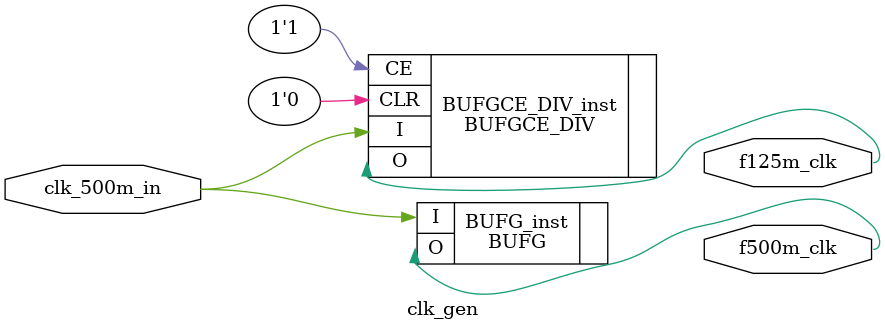
<source format=v>
/*************************************************************/
//function: OSERDESE3时钟生成
//Author  : WangYuxiao
//Email   : wyxee2000@163.com
//Data    : 2024.9.20
//Version : V 1.0
/*************************************************************/
`timescale 1 ns / 1 ps

module clk_gen (clk_500m_in,f125m_clk,f500m_clk);
input clk_500m_in; /*来自MMCM的500MHz时钟*/

output f125m_clk;  /*并行数据时钟(1Gbps线速率,8bit并串转换,对应并行数据输入速率为125m)*/
output f500m_clk;  /*串行数据时钟(1Gbps线速率,对应DDR时钟为500m)*/



/*********************************通过BUFG产生串行时钟,BUFGCE_DIV产生并行时钟*********************************/
BUFG BUFG_inst (.O(f500m_clk),
                .I(clk_500m_in)
               );

BUFGCE_DIV #(.BUFGCE_DIVIDE(4),             /*1-8*/
             .IS_CE_INVERTED(1'b0),         /*0对应高电平使能,1对应低电平使能*/
             .IS_CLR_INVERTED(1'b0),        /*0对应高电平复位,1对应低电平复位*/
             .IS_I_INVERTED(1'b0),          /*设置为1时,将输入时钟在内部反转*/
             .SIM_DEVICE("ULTRASCALE_PLUS") /*xczu19eg属于U+系列器件*/
            ) BUFGCE_DIV_inst (.O(f125m_clk),   /*1-bit output: Buffer*/
                               .CE(1'b1),      /*1-bit input: Buffer enable*/
                               .CLR(1'b0),     /*1-bit input: Asynchronous clear*/
                               .I(clk_500m_in) /*1-bit input: Buffer*/
                              );
/***********************************************************************************************************/

endmodule
</source>
